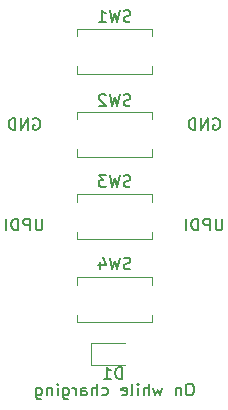
<source format=gbr>
G04 #@! TF.GenerationSoftware,KiCad,Pcbnew,(5.1.6)-1*
G04 #@! TF.CreationDate,2021-01-24T21:52:35-08:00*
G04 #@! TF.ProjectId,infrared_remote,696e6672-6172-4656-945f-72656d6f7465,rev?*
G04 #@! TF.SameCoordinates,Original*
G04 #@! TF.FileFunction,Legend,Bot*
G04 #@! TF.FilePolarity,Positive*
%FSLAX46Y46*%
G04 Gerber Fmt 4.6, Leading zero omitted, Abs format (unit mm)*
G04 Created by KiCad (PCBNEW (5.1.6)-1) date 2021-01-24 21:52:35*
%MOMM*%
%LPD*%
G01*
G04 APERTURE LIST*
%ADD10C,0.150000*%
%ADD11C,0.120000*%
G04 APERTURE END LIST*
D10*
X88874904Y-61095000D02*
X88970142Y-61047380D01*
X89113000Y-61047380D01*
X89255857Y-61095000D01*
X89351095Y-61190238D01*
X89398714Y-61285476D01*
X89446333Y-61475952D01*
X89446333Y-61618809D01*
X89398714Y-61809285D01*
X89351095Y-61904523D01*
X89255857Y-61999761D01*
X89113000Y-62047380D01*
X89017761Y-62047380D01*
X88874904Y-61999761D01*
X88827285Y-61952142D01*
X88827285Y-61618809D01*
X89017761Y-61618809D01*
X88398714Y-62047380D02*
X88398714Y-61047380D01*
X87827285Y-62047380D01*
X87827285Y-61047380D01*
X87351095Y-62047380D02*
X87351095Y-61047380D01*
X87113000Y-61047380D01*
X86970142Y-61095000D01*
X86874904Y-61190238D01*
X86827285Y-61285476D01*
X86779666Y-61475952D01*
X86779666Y-61618809D01*
X86827285Y-61809285D01*
X86874904Y-61904523D01*
X86970142Y-61999761D01*
X87113000Y-62047380D01*
X87351095Y-62047380D01*
X104876809Y-69556380D02*
X104876809Y-70365904D01*
X104829190Y-70461142D01*
X104781571Y-70508761D01*
X104686333Y-70556380D01*
X104495857Y-70556380D01*
X104400619Y-70508761D01*
X104353000Y-70461142D01*
X104305380Y-70365904D01*
X104305380Y-69556380D01*
X103829190Y-70556380D02*
X103829190Y-69556380D01*
X103448238Y-69556380D01*
X103353000Y-69604000D01*
X103305380Y-69651619D01*
X103257761Y-69746857D01*
X103257761Y-69889714D01*
X103305380Y-69984952D01*
X103353000Y-70032571D01*
X103448238Y-70080190D01*
X103829190Y-70080190D01*
X102829190Y-70556380D02*
X102829190Y-69556380D01*
X102591095Y-69556380D01*
X102448238Y-69604000D01*
X102353000Y-69699238D01*
X102305380Y-69794476D01*
X102257761Y-69984952D01*
X102257761Y-70127809D01*
X102305380Y-70318285D01*
X102353000Y-70413523D01*
X102448238Y-70508761D01*
X102591095Y-70556380D01*
X102829190Y-70556380D01*
X101829190Y-70556380D02*
X101829190Y-69556380D01*
X104114904Y-61095000D02*
X104210142Y-61047380D01*
X104353000Y-61047380D01*
X104495857Y-61095000D01*
X104591095Y-61190238D01*
X104638714Y-61285476D01*
X104686333Y-61475952D01*
X104686333Y-61618809D01*
X104638714Y-61809285D01*
X104591095Y-61904523D01*
X104495857Y-61999761D01*
X104353000Y-62047380D01*
X104257761Y-62047380D01*
X104114904Y-61999761D01*
X104067285Y-61952142D01*
X104067285Y-61618809D01*
X104257761Y-61618809D01*
X103638714Y-62047380D02*
X103638714Y-61047380D01*
X103067285Y-62047380D01*
X103067285Y-61047380D01*
X102591095Y-62047380D02*
X102591095Y-61047380D01*
X102353000Y-61047380D01*
X102210142Y-61095000D01*
X102114904Y-61190238D01*
X102067285Y-61285476D01*
X102019666Y-61475952D01*
X102019666Y-61618809D01*
X102067285Y-61809285D01*
X102114904Y-61904523D01*
X102210142Y-61999761D01*
X102353000Y-62047380D01*
X102591095Y-62047380D01*
X89636809Y-69556380D02*
X89636809Y-70365904D01*
X89589190Y-70461142D01*
X89541571Y-70508761D01*
X89446333Y-70556380D01*
X89255857Y-70556380D01*
X89160619Y-70508761D01*
X89113000Y-70461142D01*
X89065380Y-70365904D01*
X89065380Y-69556380D01*
X88589190Y-70556380D02*
X88589190Y-69556380D01*
X88208238Y-69556380D01*
X88113000Y-69604000D01*
X88065380Y-69651619D01*
X88017761Y-69746857D01*
X88017761Y-69889714D01*
X88065380Y-69984952D01*
X88113000Y-70032571D01*
X88208238Y-70080190D01*
X88589190Y-70080190D01*
X87589190Y-70556380D02*
X87589190Y-69556380D01*
X87351095Y-69556380D01*
X87208238Y-69604000D01*
X87113000Y-69699238D01*
X87065380Y-69794476D01*
X87017761Y-69984952D01*
X87017761Y-70127809D01*
X87065380Y-70318285D01*
X87113000Y-70413523D01*
X87208238Y-70508761D01*
X87351095Y-70556380D01*
X87589190Y-70556380D01*
X86589190Y-70556380D02*
X86589190Y-69556380D01*
X102210380Y-83526380D02*
X102019904Y-83526380D01*
X101924666Y-83574000D01*
X101829428Y-83669238D01*
X101781809Y-83859714D01*
X101781809Y-84193047D01*
X101829428Y-84383523D01*
X101924666Y-84478761D01*
X102019904Y-84526380D01*
X102210380Y-84526380D01*
X102305619Y-84478761D01*
X102400857Y-84383523D01*
X102448476Y-84193047D01*
X102448476Y-83859714D01*
X102400857Y-83669238D01*
X102305619Y-83574000D01*
X102210380Y-83526380D01*
X101353238Y-83859714D02*
X101353238Y-84526380D01*
X101353238Y-83954952D02*
X101305619Y-83907333D01*
X101210380Y-83859714D01*
X101067523Y-83859714D01*
X100972285Y-83907333D01*
X100924666Y-84002571D01*
X100924666Y-84526380D01*
X99781809Y-83859714D02*
X99591333Y-84526380D01*
X99400857Y-84050190D01*
X99210380Y-84526380D01*
X99019904Y-83859714D01*
X98638952Y-84526380D02*
X98638952Y-83526380D01*
X98210380Y-84526380D02*
X98210380Y-84002571D01*
X98258000Y-83907333D01*
X98353238Y-83859714D01*
X98496095Y-83859714D01*
X98591333Y-83907333D01*
X98638952Y-83954952D01*
X97734190Y-84526380D02*
X97734190Y-83859714D01*
X97734190Y-83526380D02*
X97781809Y-83574000D01*
X97734190Y-83621619D01*
X97686571Y-83574000D01*
X97734190Y-83526380D01*
X97734190Y-83621619D01*
X97115142Y-84526380D02*
X97210380Y-84478761D01*
X97258000Y-84383523D01*
X97258000Y-83526380D01*
X96353238Y-84478761D02*
X96448476Y-84526380D01*
X96638952Y-84526380D01*
X96734190Y-84478761D01*
X96781809Y-84383523D01*
X96781809Y-84002571D01*
X96734190Y-83907333D01*
X96638952Y-83859714D01*
X96448476Y-83859714D01*
X96353238Y-83907333D01*
X96305619Y-84002571D01*
X96305619Y-84097809D01*
X96781809Y-84193047D01*
X94686571Y-84478761D02*
X94781809Y-84526380D01*
X94972285Y-84526380D01*
X95067523Y-84478761D01*
X95115142Y-84431142D01*
X95162761Y-84335904D01*
X95162761Y-84050190D01*
X95115142Y-83954952D01*
X95067523Y-83907333D01*
X94972285Y-83859714D01*
X94781809Y-83859714D01*
X94686571Y-83907333D01*
X94258000Y-84526380D02*
X94258000Y-83526380D01*
X93829428Y-84526380D02*
X93829428Y-84002571D01*
X93877047Y-83907333D01*
X93972285Y-83859714D01*
X94115142Y-83859714D01*
X94210380Y-83907333D01*
X94258000Y-83954952D01*
X92924666Y-84526380D02*
X92924666Y-84002571D01*
X92972285Y-83907333D01*
X93067523Y-83859714D01*
X93258000Y-83859714D01*
X93353238Y-83907333D01*
X92924666Y-84478761D02*
X93019904Y-84526380D01*
X93258000Y-84526380D01*
X93353238Y-84478761D01*
X93400857Y-84383523D01*
X93400857Y-84288285D01*
X93353238Y-84193047D01*
X93258000Y-84145428D01*
X93019904Y-84145428D01*
X92924666Y-84097809D01*
X92448476Y-84526380D02*
X92448476Y-83859714D01*
X92448476Y-84050190D02*
X92400857Y-83954952D01*
X92353238Y-83907333D01*
X92258000Y-83859714D01*
X92162761Y-83859714D01*
X91400857Y-83859714D02*
X91400857Y-84669238D01*
X91448476Y-84764476D01*
X91496095Y-84812095D01*
X91591333Y-84859714D01*
X91734190Y-84859714D01*
X91829428Y-84812095D01*
X91400857Y-84478761D02*
X91496095Y-84526380D01*
X91686571Y-84526380D01*
X91781809Y-84478761D01*
X91829428Y-84431142D01*
X91877047Y-84335904D01*
X91877047Y-84050190D01*
X91829428Y-83954952D01*
X91781809Y-83907333D01*
X91686571Y-83859714D01*
X91496095Y-83859714D01*
X91400857Y-83907333D01*
X90924666Y-84526380D02*
X90924666Y-83859714D01*
X90924666Y-83526380D02*
X90972285Y-83574000D01*
X90924666Y-83621619D01*
X90877047Y-83574000D01*
X90924666Y-83526380D01*
X90924666Y-83621619D01*
X90448476Y-83859714D02*
X90448476Y-84526380D01*
X90448476Y-83954952D02*
X90400857Y-83907333D01*
X90305619Y-83859714D01*
X90162761Y-83859714D01*
X90067523Y-83907333D01*
X90019904Y-84002571D01*
X90019904Y-84526380D01*
X89115142Y-83859714D02*
X89115142Y-84669238D01*
X89162761Y-84764476D01*
X89210380Y-84812095D01*
X89305619Y-84859714D01*
X89448476Y-84859714D01*
X89543714Y-84812095D01*
X89115142Y-84478761D02*
X89210380Y-84526380D01*
X89400857Y-84526380D01*
X89496095Y-84478761D01*
X89543714Y-84431142D01*
X89591333Y-84335904D01*
X89591333Y-84050190D01*
X89543714Y-83954952D01*
X89496095Y-83907333D01*
X89400857Y-83859714D01*
X89210380Y-83859714D01*
X89115142Y-83907333D01*
D11*
G04 #@! TO.C,SW4*
X98933000Y-78312800D02*
X98933000Y-77677800D01*
X92583000Y-78312800D02*
X98933000Y-78312800D01*
X92583000Y-77677800D02*
X92583000Y-78312800D01*
X92583000Y-74502800D02*
X92583000Y-75137800D01*
X98933000Y-74502800D02*
X92583000Y-74502800D01*
X98933000Y-75137800D02*
X98933000Y-74502800D01*
G04 #@! TO.C,SW3*
X98933000Y-71312800D02*
X98933000Y-70677800D01*
X92583000Y-71312800D02*
X98933000Y-71312800D01*
X92583000Y-70677800D02*
X92583000Y-71312800D01*
X92583000Y-67502800D02*
X92583000Y-68137800D01*
X98933000Y-67502800D02*
X92583000Y-67502800D01*
X98933000Y-68137800D02*
X98933000Y-67502800D01*
G04 #@! TO.C,SW2*
X98933000Y-64312800D02*
X98933000Y-63677800D01*
X92583000Y-64312800D02*
X98933000Y-64312800D01*
X92583000Y-63677800D02*
X92583000Y-64312800D01*
X92583000Y-60502800D02*
X92583000Y-61137800D01*
X98933000Y-60502800D02*
X92583000Y-60502800D01*
X98933000Y-61137800D02*
X98933000Y-60502800D01*
G04 #@! TO.C,SW1*
X98933000Y-57312800D02*
X98933000Y-56677800D01*
X92583000Y-57312800D02*
X98933000Y-57312800D01*
X92583000Y-56677800D02*
X92583000Y-57312800D01*
X92583000Y-53502800D02*
X92583000Y-54137800D01*
X98933000Y-53502800D02*
X92583000Y-53502800D01*
X98933000Y-54137800D02*
X98933000Y-53502800D01*
G04 #@! TO.C,D1*
X96631000Y-81986000D02*
X93771000Y-81986000D01*
X93771000Y-81986000D02*
X93771000Y-80066000D01*
X93771000Y-80066000D02*
X96631000Y-80066000D01*
G04 #@! TO.C,SW4*
D10*
X97091333Y-73810761D02*
X96948476Y-73858380D01*
X96710380Y-73858380D01*
X96615142Y-73810761D01*
X96567523Y-73763142D01*
X96519904Y-73667904D01*
X96519904Y-73572666D01*
X96567523Y-73477428D01*
X96615142Y-73429809D01*
X96710380Y-73382190D01*
X96900857Y-73334571D01*
X96996095Y-73286952D01*
X97043714Y-73239333D01*
X97091333Y-73144095D01*
X97091333Y-73048857D01*
X97043714Y-72953619D01*
X96996095Y-72906000D01*
X96900857Y-72858380D01*
X96662761Y-72858380D01*
X96519904Y-72906000D01*
X96186571Y-72858380D02*
X95948476Y-73858380D01*
X95758000Y-73144095D01*
X95567523Y-73858380D01*
X95329428Y-72858380D01*
X94519904Y-73191714D02*
X94519904Y-73858380D01*
X94758000Y-72810761D02*
X94996095Y-73525047D01*
X94377047Y-73525047D01*
G04 #@! TO.C,SW3*
X97091333Y-66825761D02*
X96948476Y-66873380D01*
X96710380Y-66873380D01*
X96615142Y-66825761D01*
X96567523Y-66778142D01*
X96519904Y-66682904D01*
X96519904Y-66587666D01*
X96567523Y-66492428D01*
X96615142Y-66444809D01*
X96710380Y-66397190D01*
X96900857Y-66349571D01*
X96996095Y-66301952D01*
X97043714Y-66254333D01*
X97091333Y-66159095D01*
X97091333Y-66063857D01*
X97043714Y-65968619D01*
X96996095Y-65921000D01*
X96900857Y-65873380D01*
X96662761Y-65873380D01*
X96519904Y-65921000D01*
X96186571Y-65873380D02*
X95948476Y-66873380D01*
X95758000Y-66159095D01*
X95567523Y-66873380D01*
X95329428Y-65873380D01*
X95043714Y-65873380D02*
X94424666Y-65873380D01*
X94758000Y-66254333D01*
X94615142Y-66254333D01*
X94519904Y-66301952D01*
X94472285Y-66349571D01*
X94424666Y-66444809D01*
X94424666Y-66682904D01*
X94472285Y-66778142D01*
X94519904Y-66825761D01*
X94615142Y-66873380D01*
X94900857Y-66873380D01*
X94996095Y-66825761D01*
X95043714Y-66778142D01*
G04 #@! TO.C,SW2*
X97091333Y-59967761D02*
X96948476Y-60015380D01*
X96710380Y-60015380D01*
X96615142Y-59967761D01*
X96567523Y-59920142D01*
X96519904Y-59824904D01*
X96519904Y-59729666D01*
X96567523Y-59634428D01*
X96615142Y-59586809D01*
X96710380Y-59539190D01*
X96900857Y-59491571D01*
X96996095Y-59443952D01*
X97043714Y-59396333D01*
X97091333Y-59301095D01*
X97091333Y-59205857D01*
X97043714Y-59110619D01*
X96996095Y-59063000D01*
X96900857Y-59015380D01*
X96662761Y-59015380D01*
X96519904Y-59063000D01*
X96186571Y-59015380D02*
X95948476Y-60015380D01*
X95758000Y-59301095D01*
X95567523Y-60015380D01*
X95329428Y-59015380D01*
X94996095Y-59110619D02*
X94948476Y-59063000D01*
X94853238Y-59015380D01*
X94615142Y-59015380D01*
X94519904Y-59063000D01*
X94472285Y-59110619D01*
X94424666Y-59205857D01*
X94424666Y-59301095D01*
X94472285Y-59443952D01*
X95043714Y-60015380D01*
X94424666Y-60015380D01*
G04 #@! TO.C,SW1*
X97091333Y-52855761D02*
X96948476Y-52903380D01*
X96710380Y-52903380D01*
X96615142Y-52855761D01*
X96567523Y-52808142D01*
X96519904Y-52712904D01*
X96519904Y-52617666D01*
X96567523Y-52522428D01*
X96615142Y-52474809D01*
X96710380Y-52427190D01*
X96900857Y-52379571D01*
X96996095Y-52331952D01*
X97043714Y-52284333D01*
X97091333Y-52189095D01*
X97091333Y-52093857D01*
X97043714Y-51998619D01*
X96996095Y-51951000D01*
X96900857Y-51903380D01*
X96662761Y-51903380D01*
X96519904Y-51951000D01*
X96186571Y-51903380D02*
X95948476Y-52903380D01*
X95758000Y-52189095D01*
X95567523Y-52903380D01*
X95329428Y-51903380D01*
X94424666Y-52903380D02*
X94996095Y-52903380D01*
X94710380Y-52903380D02*
X94710380Y-51903380D01*
X94805619Y-52046238D01*
X94900857Y-52141476D01*
X94996095Y-52189095D01*
G04 #@! TO.C,D1*
X96369095Y-83128380D02*
X96369095Y-82128380D01*
X96131000Y-82128380D01*
X95988142Y-82176000D01*
X95892904Y-82271238D01*
X95845285Y-82366476D01*
X95797666Y-82556952D01*
X95797666Y-82699809D01*
X95845285Y-82890285D01*
X95892904Y-82985523D01*
X95988142Y-83080761D01*
X96131000Y-83128380D01*
X96369095Y-83128380D01*
X94845285Y-83128380D02*
X95416714Y-83128380D01*
X95131000Y-83128380D02*
X95131000Y-82128380D01*
X95226238Y-82271238D01*
X95321476Y-82366476D01*
X95416714Y-82414095D01*
G04 #@! TD*
M02*

</source>
